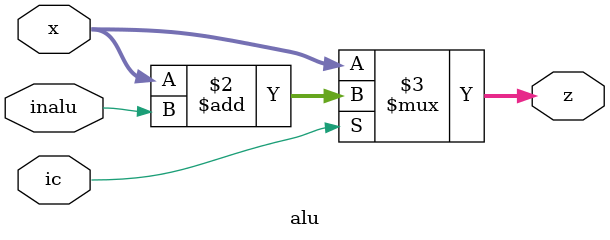
<source format=sv>
module alu(output [7:0]z, input [7:0]x, input inalu, input ic);


  assign
  #2  z= (ic==1 ? x+inalu : x);

endmodule

</source>
